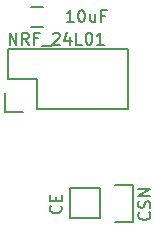
<source format=gto>
G04 #@! TF.FileFunction,Legend,Top*
%FSLAX46Y46*%
G04 Gerber Fmt 4.6, Leading zero omitted, Abs format (unit mm)*
G04 Created by KiCad (PCBNEW 4.0.1-stable) date 03/05/2016 22:29:02*
%MOMM*%
G01*
G04 APERTURE LIST*
%ADD10C,0.100000*%
%ADD11C,0.152400*%
%ADD12C,0.150000*%
%ADD13C,0.127000*%
%ADD14C,0.101600*%
%ADD15C,0.076200*%
%ADD16C,2.127200*%
%ADD17R,2.127200X2.127200*%
%ADD18O,2.127200X2.127200*%
%ADD19R,2.432000X2.432000*%
%ADD20O,2.432000X2.432000*%
%ADD21R,1.900000X1.650000*%
G04 APERTURE END LIST*
D10*
D11*
X161806857Y-105526143D02*
X161855238Y-105574524D01*
X161903619Y-105719667D01*
X161903619Y-105816429D01*
X161855238Y-105961571D01*
X161758476Y-106058333D01*
X161661714Y-106106714D01*
X161468190Y-106155095D01*
X161323048Y-106155095D01*
X161129524Y-106106714D01*
X161032762Y-106058333D01*
X160936000Y-105961571D01*
X160887619Y-105816429D01*
X160887619Y-105719667D01*
X160936000Y-105574524D01*
X160984381Y-105526143D01*
X161371429Y-105090714D02*
X161371429Y-104752048D01*
X161903619Y-104606905D02*
X161903619Y-105090714D01*
X160887619Y-105090714D01*
X160887619Y-104606905D01*
X169299857Y-106082524D02*
X169348238Y-106130905D01*
X169396619Y-106276048D01*
X169396619Y-106372810D01*
X169348238Y-106517952D01*
X169251476Y-106614714D01*
X169154714Y-106663095D01*
X168961190Y-106711476D01*
X168816048Y-106711476D01*
X168622524Y-106663095D01*
X168525762Y-106614714D01*
X168429000Y-106517952D01*
X168380619Y-106372810D01*
X168380619Y-106276048D01*
X168429000Y-106130905D01*
X168477381Y-106082524D01*
X169348238Y-105695476D02*
X169396619Y-105550333D01*
X169396619Y-105308429D01*
X169348238Y-105211667D01*
X169299857Y-105163286D01*
X169203095Y-105114905D01*
X169106333Y-105114905D01*
X169009571Y-105163286D01*
X168961190Y-105211667D01*
X168912810Y-105308429D01*
X168864429Y-105501952D01*
X168816048Y-105598714D01*
X168767667Y-105647095D01*
X168670905Y-105695476D01*
X168574143Y-105695476D01*
X168477381Y-105647095D01*
X168429000Y-105598714D01*
X168380619Y-105501952D01*
X168380619Y-105260048D01*
X168429000Y-105114905D01*
X169396619Y-104679476D02*
X168380619Y-104679476D01*
X169396619Y-104098905D01*
X168380619Y-104098905D01*
D12*
X157354600Y-94789200D02*
X159793000Y-94789200D01*
X159793000Y-94789200D02*
X159793000Y-97329200D01*
X159869200Y-97329200D02*
X167489200Y-97329200D01*
X159869200Y-92223800D02*
X167489200Y-92223800D01*
X167489200Y-92223800D02*
X167489200Y-97303800D01*
X158599200Y-97557200D02*
X157049200Y-97557200D01*
X157329200Y-92223800D02*
X159869200Y-92223800D01*
X157329200Y-94763800D02*
X157329200Y-92223800D01*
X157049200Y-96007800D02*
X157049200Y-97557800D01*
X167947000Y-103767500D02*
X166397000Y-103767500D01*
X162587000Y-104047500D02*
X165127000Y-104047500D01*
X165127000Y-104047500D02*
X165127000Y-106587500D01*
X166397000Y-106867500D02*
X167947000Y-106867500D01*
X167947000Y-106867500D02*
X167947000Y-103767500D01*
X165127000Y-106587500D02*
X162587000Y-106587500D01*
X162587000Y-106587500D02*
X162587000Y-104047500D01*
X160293000Y-88656000D02*
X159293000Y-88656000D01*
X159293000Y-90356000D02*
X160293000Y-90356000D01*
D11*
X157476763Y-91870619D02*
X157476763Y-90854619D01*
X158057334Y-91870619D01*
X158057334Y-90854619D01*
X159121715Y-91870619D02*
X158783049Y-91386810D01*
X158541144Y-91870619D02*
X158541144Y-90854619D01*
X158928191Y-90854619D01*
X159024953Y-90903000D01*
X159073334Y-90951381D01*
X159121715Y-91048143D01*
X159121715Y-91193286D01*
X159073334Y-91290048D01*
X159024953Y-91338429D01*
X158928191Y-91386810D01*
X158541144Y-91386810D01*
X159895810Y-91338429D02*
X159557144Y-91338429D01*
X159557144Y-91870619D02*
X159557144Y-90854619D01*
X160040953Y-90854619D01*
X160186096Y-91967381D02*
X160960191Y-91967381D01*
X161153715Y-90951381D02*
X161202096Y-90903000D01*
X161298858Y-90854619D01*
X161540762Y-90854619D01*
X161637524Y-90903000D01*
X161685905Y-90951381D01*
X161734286Y-91048143D01*
X161734286Y-91144905D01*
X161685905Y-91290048D01*
X161105334Y-91870619D01*
X161734286Y-91870619D01*
X162605143Y-91193286D02*
X162605143Y-91870619D01*
X162363239Y-90806238D02*
X162121334Y-91531952D01*
X162750286Y-91531952D01*
X163621143Y-91870619D02*
X163137334Y-91870619D01*
X163137334Y-90854619D01*
X164153334Y-90854619D02*
X164250095Y-90854619D01*
X164346857Y-90903000D01*
X164395238Y-90951381D01*
X164443619Y-91048143D01*
X164492000Y-91241667D01*
X164492000Y-91483571D01*
X164443619Y-91677095D01*
X164395238Y-91773857D01*
X164346857Y-91822238D01*
X164250095Y-91870619D01*
X164153334Y-91870619D01*
X164056572Y-91822238D01*
X164008191Y-91773857D01*
X163959810Y-91677095D01*
X163911429Y-91483571D01*
X163911429Y-91241667D01*
X163959810Y-91048143D01*
X164008191Y-90951381D01*
X164056572Y-90903000D01*
X164153334Y-90854619D01*
X165459619Y-91870619D02*
X164879048Y-91870619D01*
X165169334Y-91870619D02*
X165169334Y-90854619D01*
X165072572Y-90999762D01*
X164975810Y-91096524D01*
X164879048Y-91144905D01*
X162895429Y-89965619D02*
X162314858Y-89965619D01*
X162605144Y-89965619D02*
X162605144Y-88949619D01*
X162508382Y-89094762D01*
X162411620Y-89191524D01*
X162314858Y-89239905D01*
X163524382Y-88949619D02*
X163621143Y-88949619D01*
X163717905Y-88998000D01*
X163766286Y-89046381D01*
X163814667Y-89143143D01*
X163863048Y-89336667D01*
X163863048Y-89578571D01*
X163814667Y-89772095D01*
X163766286Y-89868857D01*
X163717905Y-89917238D01*
X163621143Y-89965619D01*
X163524382Y-89965619D01*
X163427620Y-89917238D01*
X163379239Y-89868857D01*
X163330858Y-89772095D01*
X163282477Y-89578571D01*
X163282477Y-89336667D01*
X163330858Y-89143143D01*
X163379239Y-89046381D01*
X163427620Y-88998000D01*
X163524382Y-88949619D01*
X164733905Y-89288286D02*
X164733905Y-89965619D01*
X164298477Y-89288286D02*
X164298477Y-89820476D01*
X164346858Y-89917238D01*
X164443620Y-89965619D01*
X164588762Y-89965619D01*
X164685524Y-89917238D01*
X164733905Y-89868857D01*
X165556381Y-89433429D02*
X165217715Y-89433429D01*
X165217715Y-89965619D02*
X165217715Y-88949619D01*
X165701524Y-88949619D01*
%LPC*%
D13*
X169408714Y-103058715D02*
X170170714Y-103058715D01*
X169445000Y-103058715D02*
X169408714Y-102986144D01*
X169408714Y-102841001D01*
X169445000Y-102768430D01*
X169481286Y-102732144D01*
X169553857Y-102695858D01*
X169771571Y-102695858D01*
X169844143Y-102732144D01*
X169880429Y-102768430D01*
X169916714Y-102841001D01*
X169916714Y-102986144D01*
X169880429Y-103058715D01*
X169880429Y-102079001D02*
X169916714Y-102151572D01*
X169916714Y-102296715D01*
X169880429Y-102369286D01*
X169807857Y-102405572D01*
X169517571Y-102405572D01*
X169445000Y-102369286D01*
X169408714Y-102296715D01*
X169408714Y-102151572D01*
X169445000Y-102079001D01*
X169517571Y-102042715D01*
X169590143Y-102042715D01*
X169662714Y-102405572D01*
X169408714Y-101825001D02*
X169408714Y-101534715D01*
X169154714Y-101716143D02*
X169807857Y-101716143D01*
X169880429Y-101679858D01*
X169916714Y-101607286D01*
X169916714Y-101534715D01*
X169880429Y-100990429D02*
X169916714Y-101063000D01*
X169916714Y-101208143D01*
X169880429Y-101280714D01*
X169807857Y-101317000D01*
X169517571Y-101317000D01*
X169445000Y-101280714D01*
X169408714Y-101208143D01*
X169408714Y-101063000D01*
X169445000Y-100990429D01*
X169517571Y-100954143D01*
X169590143Y-100954143D01*
X169662714Y-101317000D01*
X169916714Y-100627571D02*
X169408714Y-100627571D01*
X169553857Y-100627571D02*
X169481286Y-100591286D01*
X169445000Y-100555000D01*
X169408714Y-100482429D01*
X169408714Y-100409857D01*
X169916714Y-100155857D02*
X169408714Y-100155857D01*
X169481286Y-100155857D02*
X169445000Y-100119572D01*
X169408714Y-100047000D01*
X169408714Y-99938143D01*
X169445000Y-99865572D01*
X169517571Y-99829286D01*
X169916714Y-99829286D01*
X169517571Y-99829286D02*
X169445000Y-99793000D01*
X169408714Y-99720429D01*
X169408714Y-99611572D01*
X169445000Y-99539000D01*
X169517571Y-99502715D01*
X169916714Y-99502715D01*
X169880429Y-98813286D02*
X169916714Y-98885857D01*
X169916714Y-99031000D01*
X169880429Y-99103572D01*
X169844143Y-99139857D01*
X169771571Y-99176143D01*
X169553857Y-99176143D01*
X169481286Y-99139857D01*
X169445000Y-99103572D01*
X169408714Y-99031000D01*
X169408714Y-98885857D01*
X169445000Y-98813286D01*
X169916714Y-98377857D02*
X169880429Y-98450429D01*
X169807857Y-98486714D01*
X169154714Y-98486714D01*
X169916714Y-97761000D02*
X169517571Y-97761000D01*
X169445000Y-97797286D01*
X169408714Y-97869857D01*
X169408714Y-98015000D01*
X169445000Y-98087571D01*
X169880429Y-97761000D02*
X169916714Y-97833571D01*
X169916714Y-98015000D01*
X169880429Y-98087571D01*
X169807857Y-98123857D01*
X169735286Y-98123857D01*
X169662714Y-98087571D01*
X169626429Y-98015000D01*
X169626429Y-97833571D01*
X169590143Y-97761000D01*
X169916714Y-97398142D02*
X169408714Y-97398142D01*
X169553857Y-97398142D02*
X169481286Y-97361857D01*
X169445000Y-97325571D01*
X169408714Y-97253000D01*
X169408714Y-97180428D01*
X169916714Y-96926428D02*
X169154714Y-96926428D01*
X169626429Y-96853857D02*
X169916714Y-96636143D01*
X169408714Y-96636143D02*
X169699000Y-96926428D01*
X169880429Y-96019286D02*
X169916714Y-96091857D01*
X169916714Y-96237000D01*
X169880429Y-96309571D01*
X169807857Y-96345857D01*
X169517571Y-96345857D01*
X169445000Y-96309571D01*
X169408714Y-96237000D01*
X169408714Y-96091857D01*
X169445000Y-96019286D01*
X169517571Y-95983000D01*
X169590143Y-95983000D01*
X169662714Y-96345857D01*
X169553857Y-95184714D02*
X169517571Y-95221000D01*
X169481286Y-95293571D01*
X169481286Y-95366143D01*
X169517571Y-95438714D01*
X169553857Y-95475000D01*
X169626429Y-95511286D01*
X169699000Y-95511286D01*
X169771571Y-95475000D01*
X169807857Y-95438714D01*
X169844143Y-95366143D01*
X169844143Y-95293571D01*
X169807857Y-95221000D01*
X169771571Y-95184714D01*
X169481286Y-95184714D02*
X169771571Y-95184714D01*
X169807857Y-95148428D01*
X169807857Y-95112143D01*
X169771571Y-95039571D01*
X169699000Y-95003286D01*
X169517571Y-95003286D01*
X169408714Y-95075857D01*
X169336143Y-95184714D01*
X169299857Y-95329857D01*
X169336143Y-95475000D01*
X169408714Y-95583857D01*
X169517571Y-95656428D01*
X169662714Y-95692714D01*
X169807857Y-95656428D01*
X169916714Y-95583857D01*
X169989286Y-95475000D01*
X170025571Y-95329857D01*
X169989286Y-95184714D01*
X169916714Y-95075857D01*
X169408714Y-94350143D02*
X170025571Y-94350143D01*
X170098143Y-94386429D01*
X170134429Y-94422714D01*
X170170714Y-94495286D01*
X170170714Y-94604143D01*
X170134429Y-94676714D01*
X169880429Y-94350143D02*
X169916714Y-94422714D01*
X169916714Y-94567857D01*
X169880429Y-94640429D01*
X169844143Y-94676714D01*
X169771571Y-94713000D01*
X169553857Y-94713000D01*
X169481286Y-94676714D01*
X169445000Y-94640429D01*
X169408714Y-94567857D01*
X169408714Y-94422714D01*
X169445000Y-94350143D01*
X169916714Y-93987285D02*
X169408714Y-93987285D01*
X169481286Y-93987285D02*
X169445000Y-93951000D01*
X169408714Y-93878428D01*
X169408714Y-93769571D01*
X169445000Y-93697000D01*
X169517571Y-93660714D01*
X169916714Y-93660714D01*
X169517571Y-93660714D02*
X169445000Y-93624428D01*
X169408714Y-93551857D01*
X169408714Y-93443000D01*
X169445000Y-93370428D01*
X169517571Y-93334143D01*
X169916714Y-93334143D01*
X169916714Y-92644714D02*
X169517571Y-92644714D01*
X169445000Y-92681000D01*
X169408714Y-92753571D01*
X169408714Y-92898714D01*
X169445000Y-92971285D01*
X169880429Y-92644714D02*
X169916714Y-92717285D01*
X169916714Y-92898714D01*
X169880429Y-92971285D01*
X169807857Y-93007571D01*
X169735286Y-93007571D01*
X169662714Y-92971285D01*
X169626429Y-92898714D01*
X169626429Y-92717285D01*
X169590143Y-92644714D01*
X169916714Y-92281856D02*
X169408714Y-92281856D01*
X169154714Y-92281856D02*
X169191000Y-92318142D01*
X169227286Y-92281856D01*
X169191000Y-92245571D01*
X169154714Y-92281856D01*
X169227286Y-92281856D01*
X169916714Y-91810142D02*
X169880429Y-91882714D01*
X169807857Y-91918999D01*
X169154714Y-91918999D01*
X169844143Y-91519856D02*
X169880429Y-91483571D01*
X169916714Y-91519856D01*
X169880429Y-91556142D01*
X169844143Y-91519856D01*
X169916714Y-91519856D01*
X169880429Y-90830428D02*
X169916714Y-90902999D01*
X169916714Y-91048142D01*
X169880429Y-91120714D01*
X169844143Y-91156999D01*
X169771571Y-91193285D01*
X169553857Y-91193285D01*
X169481286Y-91156999D01*
X169445000Y-91120714D01*
X169408714Y-91048142D01*
X169408714Y-90902999D01*
X169445000Y-90830428D01*
X169916714Y-90394999D02*
X169880429Y-90467571D01*
X169844143Y-90503856D01*
X169771571Y-90540142D01*
X169553857Y-90540142D01*
X169481286Y-90503856D01*
X169445000Y-90467571D01*
X169408714Y-90394999D01*
X169408714Y-90286142D01*
X169445000Y-90213571D01*
X169481286Y-90177285D01*
X169553857Y-90140999D01*
X169771571Y-90140999D01*
X169844143Y-90177285D01*
X169880429Y-90213571D01*
X169916714Y-90286142D01*
X169916714Y-90394999D01*
X169916714Y-89814427D02*
X169408714Y-89814427D01*
X169481286Y-89814427D02*
X169445000Y-89778142D01*
X169408714Y-89705570D01*
X169408714Y-89596713D01*
X169445000Y-89524142D01*
X169517571Y-89487856D01*
X169916714Y-89487856D01*
X169517571Y-89487856D02*
X169445000Y-89451570D01*
X169408714Y-89378999D01*
X169408714Y-89270142D01*
X169445000Y-89197570D01*
X169517571Y-89161285D01*
X169916714Y-89161285D01*
D14*
X158529000Y-106276000D02*
X158689000Y-105756000D01*
X158569000Y-106056000D02*
X158529000Y-106276000D01*
X158449000Y-105776000D02*
X158569000Y-106056000D01*
X158229000Y-105476000D02*
X158449000Y-105776000D01*
X158139000Y-105046000D02*
X158229000Y-105476000D01*
X158509000Y-105056000D02*
X158509000Y-104886000D01*
X158529000Y-105156000D02*
X158509000Y-105056000D01*
X158479000Y-105246000D02*
X158529000Y-105156000D01*
X158359000Y-105276000D02*
X158479000Y-105246000D01*
X158239000Y-105146000D02*
X158359000Y-105276000D01*
X158169000Y-104956000D02*
X158239000Y-105146000D01*
X158689000Y-104956000D02*
X158599000Y-104826000D01*
X158819000Y-104986000D02*
X158689000Y-104956000D01*
X158929000Y-104946000D02*
X158819000Y-104986000D01*
X158969000Y-104846000D02*
X158929000Y-104946000D01*
X158969000Y-104706000D02*
X158969000Y-104846000D01*
X158869000Y-104566000D02*
X158969000Y-104706000D01*
X158689000Y-104456000D02*
X158869000Y-104566000D01*
X158789000Y-104426000D02*
X158689000Y-104426000D01*
X158939000Y-104416000D02*
X158789000Y-104426000D01*
X159039000Y-104346000D02*
X158939000Y-104416000D01*
X159019000Y-104196000D02*
X159039000Y-104346000D01*
X158909000Y-104096000D02*
X159019000Y-104196000D01*
X158539000Y-104106000D02*
X158909000Y-104096000D01*
X158659000Y-103976000D02*
X158569000Y-104116000D01*
X158679000Y-103866000D02*
X158659000Y-103976000D01*
X158629000Y-103756000D02*
X158679000Y-103866000D01*
X158459000Y-103726000D02*
X158629000Y-103756000D01*
X158299000Y-103786000D02*
X158459000Y-103726000D01*
X158209000Y-104056000D02*
X158299000Y-103786000D01*
X158109000Y-104966000D02*
X158099000Y-104936000D01*
X158139000Y-104946000D02*
X158109000Y-104966000D01*
X158119000Y-104966000D02*
X158139000Y-104946000D01*
X158099000Y-105076000D02*
X158119000Y-104966000D01*
X158039000Y-105186000D02*
X158099000Y-105076000D01*
X157919000Y-105226000D02*
X158039000Y-105186000D01*
X157809000Y-105186000D02*
X157919000Y-105226000D01*
X157799000Y-104996000D02*
X157809000Y-105186000D01*
X157879000Y-104796000D02*
X157799000Y-104996000D01*
X157609000Y-104836000D02*
X157859000Y-104776000D01*
X157489000Y-104756000D02*
X157609000Y-104836000D01*
X157449000Y-104626000D02*
X157489000Y-104756000D01*
X157539000Y-104476000D02*
X157449000Y-104626000D01*
X157809000Y-104426000D02*
X157539000Y-104476000D01*
X157589000Y-104306000D02*
X157799000Y-104356000D01*
X157479000Y-104136000D02*
X157589000Y-104306000D01*
X157589000Y-103946000D02*
X157479000Y-104136000D01*
X157869000Y-103876000D02*
X157589000Y-103946000D01*
X158139000Y-104016000D02*
X157869000Y-103876000D01*
D15*
X158309000Y-104686000D02*
X158429000Y-104596000D01*
X158179000Y-104696000D02*
X158309000Y-104686000D01*
X158059000Y-104626000D02*
X158179000Y-104696000D01*
D12*
X158140623Y-104406000D02*
G75*
G03X158140623Y-104406000I-31623J0D01*
G01*
D13*
X158659000Y-104486000D02*
G75*
G03X158659000Y-104486000I-410000J0D01*
G01*
D12*
X158420623Y-104406000D02*
G75*
G03X158420623Y-104406000I-31623J0D01*
G01*
D16*
X158599200Y-93493800D03*
D17*
X158599200Y-96033800D03*
D18*
X161139200Y-93493800D03*
X161139200Y-96033800D03*
X163679200Y-93493800D03*
X163679200Y-96033800D03*
X166219200Y-93493800D03*
X166219200Y-96033800D03*
D17*
X161190000Y-102460000D03*
D18*
X161190000Y-99920000D03*
X163730000Y-102460000D03*
X163730000Y-99920000D03*
X166270000Y-102460000D03*
X166270000Y-99920000D03*
D19*
X166397000Y-105317500D03*
D20*
X163857000Y-105317500D03*
D21*
X158543000Y-89506000D03*
X161043000Y-89506000D03*
M02*

</source>
